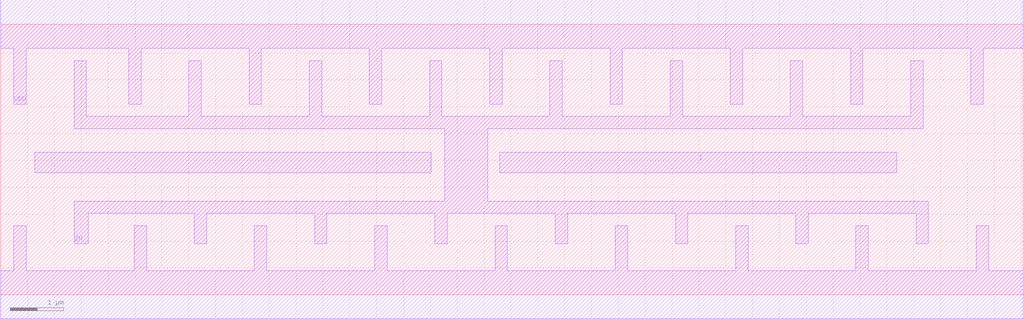
<source format=lef>
# Copyright 2022 GlobalFoundries PDK Authors
#
# Licensed under the Apache License, Version 2.0 (the "License");
# you may not use this file except in compliance with the License.
# You may obtain a copy of the License at
#
#      http://www.apache.org/licenses/LICENSE-2.0
#
# Unless required by applicable law or agreed to in writing, software
# distributed under the License is distributed on an "AS IS" BASIS,
# WITHOUT WARRANTIES OR CONDITIONS OF ANY KIND, either express or implied.
# See the License for the specific language governing permissions and
# limitations under the License.

MACRO gf180mcu_fd_sc_mcu9t5v0__clkinv_16
  CLASS core ;
  FOREIGN gf180mcu_fd_sc_mcu9t5v0__clkinv_16 0.0 0.0 ;
  ORIGIN 0 0 ;
  SYMMETRY X Y ;
  SITE GF018hv5v_green_sc9 ;
  SIZE 19.04 BY 5.04 ;
  PIN I
    DIRECTION INPUT ;
    ANTENNAGATEAREA 21.648 ;
    PORT
      LAYER Metal1 ;
        POLYGON 0.63 2.27 8.02 2.27 8.02 2.65 0.63 2.65  ;
        POLYGON 9.295 2.27 16.685 2.27 16.685 2.65 9.295 2.65  ;
    END
  END I
  PIN ZN
    DIRECTION OUTPUT ;
    ANTENNADIFFAREA 12.1136 ;
    PORT
      LAYER Metal1 ;
        POLYGON 1.365 3.09 8.265 3.09 8.265 1.745 1.365 1.745 1.365 0.945 1.625 0.945 1.625 1.515 3.605 1.515 3.605 0.945 3.835 0.945 3.835 1.515 5.845 1.515 5.845 0.945 6.075 0.945 6.075 1.515 8.085 1.515 8.085 0.945 8.315 0.945 8.315 1.515 10.325 1.515 10.325 0.945 10.555 0.945 10.555 1.515 12.565 1.515 12.565 0.945 12.795 0.945 12.795 1.515 14.805 1.515 14.805 0.945 15.035 0.945 15.035 1.515 17.045 1.515 17.045 0.945 17.275 0.945 17.275 1.745 9.065 1.745 9.065 3.09 17.175 3.09 17.175 4.36 16.945 4.36 16.945 3.32 14.935 3.32 14.935 4.36 14.705 4.36 14.705 3.32 12.695 3.32 12.695 4.36 12.465 4.36 12.465 3.32 10.455 3.32 10.455 4.36 10.225 4.36 10.225 3.32 8.215 3.32 8.215 4.36 7.985 4.36 7.985 3.32 5.975 3.32 5.975 4.36 5.745 4.36 5.745 3.32 3.735 3.32 3.735 4.36 3.505 4.36 3.505 3.32 1.595 3.32 1.595 4.36 1.365 4.36  ;
    END
  END ZN
  PIN VDD
    DIRECTION INOUT ;
    USE power ;
    SHAPE ABUTMENT ;
    PORT
      LAYER Metal1 ;
        POLYGON 0 4.59 0.245 4.59 0.245 3.55 0.475 3.55 0.475 4.59 2.385 4.59 2.385 3.55 2.615 3.55 2.615 4.59 4.625 4.59 4.625 3.55 4.855 3.55 4.855 4.59 6.865 4.59 6.865 3.55 7.095 3.55 7.095 4.59 9.105 4.59 9.105 3.55 9.335 3.55 9.335 4.59 11.345 4.59 11.345 3.55 11.575 3.55 11.575 4.59 13.585 4.59 13.585 3.55 13.815 3.55 13.815 4.59 15.825 4.59 15.825 3.55 16.055 3.55 16.055 4.59 18.065 4.59 18.065 3.55 18.295 3.55 18.295 4.59 19.04 4.59 19.04 5.49 0 5.49  ;
    END
  END VDD
  PIN VSS
    DIRECTION INOUT ;
    USE ground ;
    SHAPE ABUTMENT ;
    PORT
      LAYER Metal1 ;
        POLYGON 0 -0.45 19.04 -0.45 19.04 0.45 18.395 0.45 18.395 1.285 18.165 1.285 18.165 0.45 16.155 0.45 16.155 1.285 15.925 1.285 15.925 0.45 13.915 0.45 13.915 1.285 13.685 1.285 13.685 0.45 11.675 0.45 11.675 1.285 11.445 1.285 11.445 0.45 9.435 0.45 9.435 1.285 9.205 1.285 9.205 0.45 7.195 0.45 7.195 1.285 6.965 1.285 6.965 0.45 4.955 0.45 4.955 1.285 4.725 1.285 4.725 0.45 2.715 0.45 2.715 1.285 2.485 1.285 2.485 0.45 0.475 0.45 0.475 1.285 0.245 1.285 0.245 0.45 0 0.45  ;
    END
  END VSS
END gf180mcu_fd_sc_mcu9t5v0__clkinv_16

</source>
